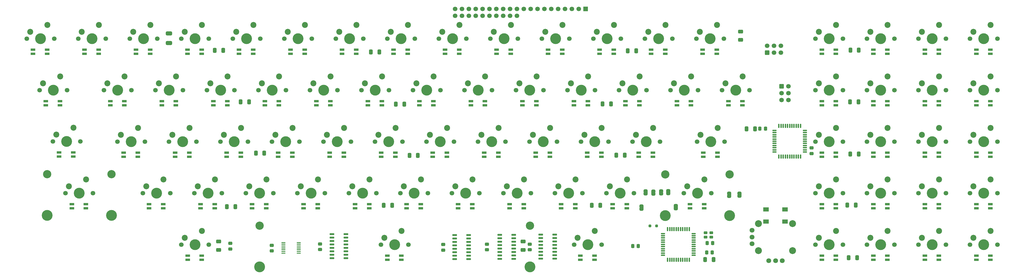
<source format=gbr>
%TF.GenerationSoftware,KiCad,Pcbnew,9.0.4*%
%TF.CreationDate,2025-10-14T21:42:09+02:00*%
%TF.ProjectId,petkn,7065746b-6e2e-46b6-9963-61645f706362,rev?*%
%TF.SameCoordinates,Original*%
%TF.FileFunction,Soldermask,Bot*%
%TF.FilePolarity,Negative*%
%FSLAX46Y46*%
G04 Gerber Fmt 4.6, Leading zero omitted, Abs format (unit mm)*
G04 Created by KiCad (PCBNEW 9.0.4) date 2025-10-14 21:42:09*
%MOMM*%
%LPD*%
G01*
G04 APERTURE LIST*
G04 Aperture macros list*
%AMRoundRect*
0 Rectangle with rounded corners*
0 $1 Rounding radius*
0 $2 $3 $4 $5 $6 $7 $8 $9 X,Y pos of 4 corners*
0 Add a 4 corners polygon primitive as box body*
4,1,4,$2,$3,$4,$5,$6,$7,$8,$9,$2,$3,0*
0 Add four circle primitives for the rounded corners*
1,1,$1+$1,$2,$3*
1,1,$1+$1,$4,$5*
1,1,$1+$1,$6,$7*
1,1,$1+$1,$8,$9*
0 Add four rect primitives between the rounded corners*
20,1,$1+$1,$2,$3,$4,$5,0*
20,1,$1+$1,$4,$5,$6,$7,0*
20,1,$1+$1,$6,$7,$8,$9,0*
20,1,$1+$1,$8,$9,$2,$3,0*%
%AMFreePoly0*
4,1,23,0.500000,-0.750000,0.000000,-0.750000,0.000000,-0.745722,-0.065263,-0.745722,-0.191342,-0.711940,-0.304381,-0.646677,-0.396677,-0.554381,-0.461940,-0.441342,-0.495722,-0.315263,-0.495722,-0.250000,-0.500000,-0.250000,-0.500000,0.250000,-0.495722,0.250000,-0.495722,0.315263,-0.461940,0.441342,-0.396677,0.554381,-0.304381,0.646677,-0.191342,0.711940,-0.065263,0.745722,0.000000,0.745722,
0.000000,0.750000,0.500000,0.750000,0.500000,-0.750000,0.500000,-0.750000,$1*%
%AMFreePoly1*
4,1,23,0.000000,0.745722,0.065263,0.745722,0.191342,0.711940,0.304381,0.646677,0.396677,0.554381,0.461940,0.441342,0.495722,0.315263,0.495722,0.250000,0.500000,0.250000,0.500000,-0.250000,0.495722,-0.250000,0.495722,-0.315263,0.461940,-0.441342,0.396677,-0.554381,0.304381,-0.646677,0.191342,-0.711940,0.065263,-0.745722,0.000000,-0.745722,0.000000,-0.750000,-0.500000,-0.750000,
-0.500000,0.750000,0.000000,0.750000,0.000000,0.745722,0.000000,0.745722,$1*%
G04 Aperture macros list end*
%ADD10C,1.700000*%
%ADD11C,4.000000*%
%ADD12C,2.200000*%
%ADD13R,1.800000X0.900000*%
%ADD14C,3.050000*%
%ADD15C,2.540000*%
%ADD16R,2.000000X1.500000*%
%ADD17C,1.800000*%
%ADD18RoundRect,0.250000X-0.600000X-0.600000X0.600000X-0.600000X0.600000X0.600000X-0.600000X0.600000X0*%
%ADD19RoundRect,0.250000X0.600000X-0.600000X0.600000X0.600000X-0.600000X0.600000X-0.600000X-0.600000X0*%
%ADD20R,1.700000X1.700000*%
%ADD21RoundRect,0.250000X-0.475000X0.337500X-0.475000X-0.337500X0.475000X-0.337500X0.475000X0.337500X0*%
%ADD22RoundRect,0.250000X0.412500X0.650000X-0.412500X0.650000X-0.412500X-0.650000X0.412500X-0.650000X0*%
%ADD23RoundRect,0.250000X-0.337500X-0.475000X0.337500X-0.475000X0.337500X0.475000X-0.337500X0.475000X0*%
%ADD24RoundRect,0.250000X0.250000X0.250000X-0.250000X0.250000X-0.250000X-0.250000X0.250000X-0.250000X0*%
%ADD25RoundRect,0.250000X0.475000X-0.337500X0.475000X0.337500X-0.475000X0.337500X-0.475000X-0.337500X0*%
%ADD26FreePoly0,90.000000*%
%ADD27FreePoly1,90.000000*%
%ADD28RoundRect,0.100000X-0.637500X-0.100000X0.637500X-0.100000X0.637500X0.100000X-0.637500X0.100000X0*%
%ADD29RoundRect,0.150000X-0.725000X-0.150000X0.725000X-0.150000X0.725000X0.150000X-0.725000X0.150000X0*%
%ADD30RoundRect,0.250000X0.400000X0.300000X-0.400000X0.300000X-0.400000X-0.300000X0.400000X-0.300000X0*%
%ADD31RoundRect,0.250000X0.337500X0.475000X-0.337500X0.475000X-0.337500X-0.475000X0.337500X-0.475000X0*%
%ADD32RoundRect,0.250000X0.650000X-0.412500X0.650000X0.412500X-0.650000X0.412500X-0.650000X-0.412500X0*%
%ADD33FreePoly0,0.000000*%
%ADD34FreePoly1,0.000000*%
%ADD35RoundRect,0.250000X-0.650000X0.412500X-0.650000X-0.412500X0.650000X-0.412500X0.650000X0.412500X0*%
%ADD36RoundRect,0.250000X-0.412500X-0.650000X0.412500X-0.650000X0.412500X0.650000X-0.412500X0.650000X0*%
%ADD37RoundRect,0.137500X-0.137500X0.600000X-0.137500X-0.600000X0.137500X-0.600000X0.137500X0.600000X0*%
%ADD38RoundRect,0.137500X-0.600000X0.137500X-0.600000X-0.137500X0.600000X-0.137500X0.600000X0.137500X0*%
G04 APERTURE END LIST*
%TO.C,JC7*%
G36*
X288009604Y-117507912D02*
G01*
X286509604Y-117507912D01*
X286509604Y-117207912D01*
X288009604Y-117207912D01*
X288009604Y-117507912D01*
G37*
%TO.C,JC4*%
G36*
X265461587Y-116551239D02*
G01*
X263961587Y-116551239D01*
X263961587Y-116251239D01*
X265461587Y-116251239D01*
X265461587Y-116551239D01*
G37*
%TO.C,JP1*%
G36*
X79888307Y-61960188D02*
G01*
X80188307Y-61960188D01*
X80188307Y-60460188D01*
X79888307Y-60460188D01*
X79888307Y-61960188D01*
G37*
%TO.C,JC6*%
G36*
X268242218Y-122083390D02*
G01*
X266742218Y-122083390D01*
X266742218Y-121783390D01*
X268242218Y-121783390D01*
X268242218Y-122083390D01*
G37*
%TO.C,JC2*%
G36*
X259920322Y-116733231D02*
G01*
X258420322Y-116733231D01*
X258420322Y-116433231D01*
X259920322Y-116433231D01*
X259920322Y-116733231D01*
G37*
%TO.C,JC1*%
G36*
X257113924Y-116644129D02*
G01*
X255613924Y-116644129D01*
X255613924Y-116344129D01*
X257113924Y-116344129D01*
X257113924Y-116644129D01*
G37*
%TO.C,JC5*%
G36*
X255583686Y-122259784D02*
G01*
X254083686Y-122259784D01*
X254083686Y-121959784D01*
X255583686Y-121959784D01*
X255583686Y-122259784D01*
G37*
%TO.C,JC3*%
G36*
X262790451Y-116622365D02*
G01*
X261290451Y-116622365D01*
X261290451Y-116322365D01*
X262790451Y-116322365D01*
X262790451Y-116622365D01*
G37*
%TO.C,JP2*%
G36*
X79888307Y-58410188D02*
G01*
X80188307Y-58410188D01*
X80188307Y-56910188D01*
X79888307Y-56910188D01*
X79888307Y-58410188D01*
G37*
%TO.C,JC8*%
G36*
X291819611Y-117499882D02*
G01*
X290319611Y-117499882D01*
X290319611Y-117199882D01*
X291819611Y-117199882D01*
X291819611Y-117499882D01*
G37*
%TD*%
D10*
%TO.C,SW5*%
X265557000Y-78676500D03*
D11*
X270637000Y-78676500D03*
D10*
X275717000Y-78676500D03*
D12*
X273177000Y-73596500D03*
X266827000Y-76136500D03*
D13*
X273093800Y-84240500D03*
X273093800Y-82740500D03*
X267893800Y-84240500D03*
X267893800Y-82740500D03*
%TD*%
D14*
%TO.C,SW11*%
X263601000Y-109791500D03*
D11*
X263601000Y-125031500D03*
D10*
X270421000Y-116791500D03*
D11*
X275501000Y-116791500D03*
D10*
X280581000Y-116791500D03*
D14*
X287401000Y-109791500D03*
D11*
X287401000Y-125031500D03*
D12*
X278041000Y-111711500D03*
X271691000Y-114251500D03*
D13*
X277957800Y-122355500D03*
X277957800Y-120855500D03*
X272757800Y-122355500D03*
X272757800Y-120855500D03*
%TD*%
D10*
%TO.C,SW12*%
X284607000Y-78676500D03*
D11*
X289687000Y-78676500D03*
D10*
X294767000Y-78676500D03*
D12*
X292227000Y-73596500D03*
X285877000Y-76136500D03*
D13*
X292143800Y-84240500D03*
X292143800Y-82740500D03*
X286943800Y-84240500D03*
X286943800Y-82740500D03*
%TD*%
D10*
%TO.C,SW14*%
X275082000Y-59626500D03*
D11*
X280162000Y-59626500D03*
D10*
X285242000Y-59626500D03*
D12*
X282702000Y-54546500D03*
X276352000Y-57086500D03*
D13*
X282618800Y-65190500D03*
X282618800Y-63690500D03*
X277418800Y-65190500D03*
X277418800Y-63690500D03*
%TD*%
D10*
%TO.C,SW15*%
X27432000Y-59626500D03*
D11*
X32512000Y-59626500D03*
D10*
X37592000Y-59626500D03*
D12*
X35052000Y-54546500D03*
X28702000Y-57086500D03*
D13*
X34968800Y-65190500D03*
X34968800Y-63690500D03*
X29768800Y-65190500D03*
X29768800Y-63690500D03*
%TD*%
D10*
%TO.C,SW20*%
X241808000Y-116776500D03*
D11*
X246888000Y-116776500D03*
D10*
X251968000Y-116776500D03*
D12*
X249428000Y-111696500D03*
X243078000Y-114236500D03*
D13*
X249344800Y-122340500D03*
X249344800Y-120840500D03*
X244144800Y-122340500D03*
X244144800Y-120840500D03*
%TD*%
D10*
%TO.C,SW21*%
X203708000Y-116776500D03*
D11*
X208788000Y-116776500D03*
D10*
X213868000Y-116776500D03*
D12*
X211328000Y-111696500D03*
X204978000Y-114236500D03*
D13*
X211244800Y-122340500D03*
X211244800Y-120840500D03*
X206044800Y-122340500D03*
X206044800Y-120840500D03*
%TD*%
D10*
%TO.C,SW22*%
X165608000Y-116776500D03*
D11*
X170688000Y-116776500D03*
D10*
X175768000Y-116776500D03*
D12*
X173228000Y-111696500D03*
X166878000Y-114236500D03*
D13*
X173144800Y-122340500D03*
X173144800Y-120840500D03*
X167944800Y-122340500D03*
X167944800Y-120840500D03*
%TD*%
D10*
%TO.C,SW23*%
X127508000Y-116776500D03*
D11*
X132588000Y-116776500D03*
D10*
X137668000Y-116776500D03*
D12*
X135128000Y-111696500D03*
X128778000Y-114236500D03*
D13*
X135044800Y-122340500D03*
X135044800Y-120840500D03*
X129844800Y-122340500D03*
X129844800Y-120840500D03*
%TD*%
D10*
%TO.C,SW24*%
X89408000Y-116776500D03*
D11*
X94488000Y-116776500D03*
D10*
X99568000Y-116776500D03*
D12*
X97028000Y-111696500D03*
X90678000Y-114236500D03*
D13*
X96944800Y-122340500D03*
X96944800Y-120840500D03*
X91744800Y-122340500D03*
X91744800Y-120840500D03*
%TD*%
D10*
%TO.C,SW27*%
X275336000Y-97726500D03*
D11*
X280416000Y-97726500D03*
D10*
X285496000Y-97726500D03*
D12*
X282956000Y-92646500D03*
X276606000Y-95186500D03*
D13*
X282872800Y-103290500D03*
X282872800Y-101790500D03*
X277672800Y-103290500D03*
X277672800Y-101790500D03*
%TD*%
D10*
%TO.C,SW28*%
X222758000Y-116776500D03*
D11*
X227838000Y-116776500D03*
D10*
X232918000Y-116776500D03*
D12*
X230378000Y-111696500D03*
X224028000Y-114236500D03*
D13*
X230294800Y-122340500D03*
X230294800Y-120840500D03*
X225094800Y-122340500D03*
X225094800Y-120840500D03*
%TD*%
D10*
%TO.C,SW29*%
X184658000Y-116776500D03*
D11*
X189738000Y-116776500D03*
D10*
X194818000Y-116776500D03*
D12*
X192278000Y-111696500D03*
X185928000Y-114236500D03*
D13*
X192194800Y-122340500D03*
X192194800Y-120840500D03*
X186994800Y-122340500D03*
X186994800Y-120840500D03*
%TD*%
D10*
%TO.C,SW30*%
X146558000Y-116776500D03*
D11*
X151638000Y-116776500D03*
D10*
X156718000Y-116776500D03*
D12*
X154178000Y-111696500D03*
X147828000Y-114236500D03*
D13*
X154094800Y-122340500D03*
X154094800Y-120840500D03*
X148894800Y-122340500D03*
X148894800Y-120840500D03*
%TD*%
D10*
%TO.C,SW32*%
X70358000Y-116776500D03*
D11*
X75438000Y-116776500D03*
D10*
X80518000Y-116776500D03*
D12*
X77978000Y-111696500D03*
X71628000Y-114236500D03*
D13*
X77894800Y-122340500D03*
X77894800Y-120840500D03*
X72694800Y-122340500D03*
X72694800Y-120840500D03*
%TD*%
D10*
%TO.C,SW36*%
X232410000Y-97726500D03*
D11*
X237490000Y-97726500D03*
D10*
X242570000Y-97726500D03*
D12*
X240030000Y-92646500D03*
X233680000Y-95186500D03*
D13*
X239946800Y-103290500D03*
X239946800Y-101790500D03*
X234746800Y-103290500D03*
X234746800Y-101790500D03*
%TD*%
D10*
%TO.C,SW40*%
X80010000Y-97726500D03*
D11*
X85090000Y-97726500D03*
D10*
X90170000Y-97726500D03*
D12*
X87630000Y-92646500D03*
X81280000Y-95186500D03*
D13*
X87546800Y-103290500D03*
X87546800Y-101790500D03*
X82346800Y-103290500D03*
X82346800Y-101790500D03*
%TD*%
D10*
%TO.C,SW44*%
X213360000Y-97726500D03*
D11*
X218440000Y-97726500D03*
D10*
X223520000Y-97726500D03*
D12*
X220980000Y-92646500D03*
X214630000Y-95186500D03*
D13*
X220896800Y-103290500D03*
X220896800Y-101790500D03*
X215696800Y-103290500D03*
X215696800Y-101790500D03*
%TD*%
D10*
%TO.C,SW47*%
X99060000Y-97726500D03*
D11*
X104140000Y-97726500D03*
D10*
X109220000Y-97726500D03*
D12*
X106680000Y-92646500D03*
X100330000Y-95186500D03*
D13*
X106596800Y-103290500D03*
X106596800Y-101790500D03*
X101396800Y-103290500D03*
X101396800Y-101790500D03*
%TD*%
D10*
%TO.C,SW52*%
X227457000Y-78676500D03*
D11*
X232537000Y-78676500D03*
D10*
X237617000Y-78676500D03*
D12*
X235077000Y-73596500D03*
X228727000Y-76136500D03*
D13*
X234993800Y-84240500D03*
X234993800Y-82740500D03*
X229793800Y-84240500D03*
X229793800Y-82740500D03*
%TD*%
D10*
%TO.C,SW53*%
X189357000Y-78676500D03*
D11*
X194437000Y-78676500D03*
D10*
X199517000Y-78676500D03*
D12*
X196977000Y-73596500D03*
X190627000Y-76136500D03*
D13*
X196893800Y-84240500D03*
X196893800Y-82740500D03*
X191693800Y-84240500D03*
X191693800Y-82740500D03*
%TD*%
D10*
%TO.C,SW55*%
X113157000Y-78676500D03*
D11*
X118237000Y-78676500D03*
D10*
X123317000Y-78676500D03*
D12*
X120777000Y-73596500D03*
X114427000Y-76136500D03*
D13*
X120693800Y-84240500D03*
X120693800Y-82740500D03*
X115493800Y-84240500D03*
X115493800Y-82740500D03*
%TD*%
D10*
%TO.C,SW56*%
X75057000Y-78676500D03*
D11*
X80137000Y-78676500D03*
D10*
X85217000Y-78676500D03*
D12*
X82677000Y-73596500D03*
X76327000Y-76136500D03*
D13*
X82593800Y-84240500D03*
X82593800Y-82740500D03*
X77393800Y-84240500D03*
X77393800Y-82740500D03*
%TD*%
D10*
%TO.C,SW59*%
X246507000Y-78676500D03*
D11*
X251587000Y-78676500D03*
D10*
X256667000Y-78676500D03*
D12*
X254127000Y-73596500D03*
X247777000Y-76136500D03*
D13*
X254043800Y-84240500D03*
X254043800Y-82740500D03*
X248843800Y-84240500D03*
X248843800Y-82740500D03*
%TD*%
D10*
%TO.C,SW60*%
X208407000Y-78676500D03*
D11*
X213487000Y-78676500D03*
D10*
X218567000Y-78676500D03*
D12*
X216027000Y-73596500D03*
X209677000Y-76136500D03*
D13*
X215943800Y-84240500D03*
X215943800Y-82740500D03*
X210743800Y-84240500D03*
X210743800Y-82740500D03*
%TD*%
D10*
%TO.C,SW61*%
X170307000Y-78676500D03*
D11*
X175387000Y-78676500D03*
D10*
X180467000Y-78676500D03*
D12*
X177927000Y-73596500D03*
X171577000Y-76136500D03*
D13*
X177843800Y-84240500D03*
X177843800Y-82740500D03*
X172643800Y-84240500D03*
X172643800Y-82740500D03*
%TD*%
D10*
%TO.C,SW62*%
X132207000Y-78676500D03*
D11*
X137287000Y-78676500D03*
D10*
X142367000Y-78676500D03*
D12*
X139827000Y-73596500D03*
X133477000Y-76136500D03*
D13*
X139743800Y-84240500D03*
X139743800Y-82740500D03*
X134543800Y-84240500D03*
X134543800Y-82740500D03*
%TD*%
D10*
%TO.C,SW63*%
X94107000Y-78676500D03*
D11*
X99187000Y-78676500D03*
D10*
X104267000Y-78676500D03*
D12*
X101727000Y-73596500D03*
X95377000Y-76136500D03*
D13*
X101643800Y-84240500D03*
X101643800Y-82740500D03*
X96443800Y-84240500D03*
X96443800Y-82740500D03*
%TD*%
D10*
%TO.C,SW70*%
X141732000Y-59626500D03*
D11*
X146812000Y-59626500D03*
D10*
X151892000Y-59626500D03*
D12*
X149352000Y-54546500D03*
X143002000Y-57086500D03*
D13*
X149268800Y-65190500D03*
X149268800Y-63690500D03*
X144068800Y-65190500D03*
X144068800Y-63690500D03*
%TD*%
D10*
%TO.C,SW75*%
X236982000Y-59626500D03*
D11*
X242062000Y-59626500D03*
D10*
X247142000Y-59626500D03*
D12*
X244602000Y-54546500D03*
X238252000Y-57086500D03*
D13*
X244518800Y-65190500D03*
X244518800Y-63690500D03*
X239318800Y-65190500D03*
X239318800Y-63690500D03*
%TD*%
D10*
%TO.C,SW77*%
X160782000Y-59626500D03*
D11*
X165862000Y-59626500D03*
D10*
X170942000Y-59626500D03*
D12*
X168402000Y-54546500D03*
X162052000Y-57086500D03*
D13*
X168318800Y-65190500D03*
X168318800Y-63690500D03*
X163118800Y-65190500D03*
X163118800Y-63690500D03*
%TD*%
D10*
%TO.C,SW78*%
X122682000Y-59626500D03*
D11*
X127762000Y-59626500D03*
D10*
X132842000Y-59626500D03*
D12*
X130302000Y-54546500D03*
X123952000Y-57086500D03*
D13*
X130218800Y-65190500D03*
X130218800Y-63690500D03*
X125018800Y-65190500D03*
X125018800Y-63690500D03*
%TD*%
D10*
%TO.C,SW64*%
X56007000Y-78676500D03*
D11*
X61087000Y-78676500D03*
D10*
X66167000Y-78676500D03*
D12*
X63627000Y-73596500D03*
X57277000Y-76136500D03*
D13*
X63543800Y-84240500D03*
X63543800Y-82740500D03*
X58343800Y-84240500D03*
X58343800Y-82740500D03*
%TD*%
D14*
%TO.C,SW16*%
X34963000Y-109776500D03*
D11*
X34963000Y-125016500D03*
D10*
X41783000Y-116776500D03*
D11*
X46863000Y-116776500D03*
D10*
X51943000Y-116776500D03*
D14*
X58763000Y-109776500D03*
D11*
X58763000Y-125016500D03*
D12*
X49403000Y-111696500D03*
X43053000Y-114236500D03*
D13*
X49319800Y-122340500D03*
X49319800Y-120840500D03*
X44119800Y-122340500D03*
X44119800Y-120840500D03*
%TD*%
D10*
%TO.C,SW68*%
X217932000Y-59626500D03*
D11*
X223012000Y-59626500D03*
D10*
X228092000Y-59626500D03*
D12*
X225552000Y-54546500D03*
X219202000Y-57086500D03*
D13*
X225468800Y-65190500D03*
X225468800Y-63690500D03*
X220268800Y-65190500D03*
X220268800Y-63690500D03*
%TD*%
D10*
%TO.C,SW4*%
X251460000Y-97726500D03*
D11*
X256540000Y-97726500D03*
D10*
X261620000Y-97726500D03*
D12*
X259080000Y-92646500D03*
X252730000Y-95186500D03*
D13*
X258996800Y-103290500D03*
X258996800Y-101790500D03*
X253796800Y-103290500D03*
X253796800Y-101790500D03*
%TD*%
D10*
%TO.C,SW79*%
X84582000Y-59626500D03*
D11*
X89662000Y-59626500D03*
D10*
X94742000Y-59626500D03*
D12*
X92202000Y-54546500D03*
X85852000Y-57086500D03*
D13*
X92118800Y-65190500D03*
X92118800Y-63690500D03*
X86918800Y-65190500D03*
X86918800Y-63690500D03*
%TD*%
D10*
%TO.C,SW71*%
X103632000Y-59626500D03*
D11*
X108712000Y-59626500D03*
D10*
X113792000Y-59626500D03*
D12*
X111252000Y-54546500D03*
X104902000Y-57086500D03*
D13*
X111168800Y-65190500D03*
X111168800Y-63690500D03*
X105968800Y-65190500D03*
X105968800Y-63690500D03*
%TD*%
D10*
%TO.C,SW72*%
X65532000Y-59626500D03*
D11*
X70612000Y-59626500D03*
D10*
X75692000Y-59626500D03*
D12*
X73152000Y-54546500D03*
X66802000Y-57086500D03*
D13*
X73068800Y-65190500D03*
X73068800Y-63690500D03*
X67868800Y-65190500D03*
X67868800Y-63690500D03*
%TD*%
D10*
%TO.C,SW80*%
X46482000Y-59626500D03*
D11*
X51562000Y-59626500D03*
D10*
X56642000Y-59626500D03*
D12*
X54102000Y-54546500D03*
X47752000Y-57086500D03*
D13*
X54018800Y-65190500D03*
X54018800Y-63690500D03*
X48818800Y-65190500D03*
X48818800Y-63690500D03*
%TD*%
D10*
%TO.C,SW8*%
X32194500Y-78676500D03*
D11*
X37274500Y-78676500D03*
D10*
X42354500Y-78676500D03*
D12*
X39814500Y-73596500D03*
X33464500Y-76136500D03*
D13*
X39731300Y-84240500D03*
X39731300Y-82740500D03*
X34531300Y-84240500D03*
X34531300Y-82740500D03*
%TD*%
D10*
%TO.C,SW7*%
X256032000Y-59626500D03*
D11*
X261112000Y-59626500D03*
D10*
X266192000Y-59626500D03*
D12*
X263652000Y-54546500D03*
X257302000Y-57086500D03*
D13*
X263568800Y-65190500D03*
X263568800Y-63690500D03*
X258368800Y-65190500D03*
X258368800Y-63690500D03*
%TD*%
D10*
%TO.C,SW39*%
X118110000Y-97726500D03*
D11*
X123190000Y-97726500D03*
D10*
X128270000Y-97726500D03*
D12*
X125730000Y-92646500D03*
X119380000Y-95186500D03*
D13*
X125646800Y-103290500D03*
X125646800Y-101790500D03*
X120446800Y-103290500D03*
X120446800Y-101790500D03*
%TD*%
D10*
%TO.C,SW37*%
X194310000Y-97726500D03*
D11*
X199390000Y-97726500D03*
D10*
X204470000Y-97726500D03*
D12*
X201930000Y-92646500D03*
X195580000Y-95186500D03*
D13*
X201846800Y-103290500D03*
X201846800Y-101790500D03*
X196646800Y-103290500D03*
X196646800Y-101790500D03*
%TD*%
D10*
%TO.C,SW38*%
X156210000Y-97726500D03*
D11*
X161290000Y-97726500D03*
D10*
X166370000Y-97726500D03*
D12*
X163830000Y-92646500D03*
X157480000Y-95186500D03*
D13*
X163746800Y-103290500D03*
X163746800Y-101790500D03*
X158546800Y-103290500D03*
X158546800Y-101790500D03*
%TD*%
D10*
%TO.C,SW46*%
X137160000Y-97726500D03*
D11*
X142240000Y-97726500D03*
D10*
X147320000Y-97726500D03*
D12*
X144780000Y-92646500D03*
X138430000Y-95186500D03*
D13*
X144696800Y-103290500D03*
X144696800Y-101790500D03*
X139496800Y-103290500D03*
X139496800Y-101790500D03*
%TD*%
D10*
%TO.C,SW45*%
X175260000Y-97726500D03*
D11*
X180340000Y-97726500D03*
D10*
X185420000Y-97726500D03*
D12*
X182880000Y-92646500D03*
X176530000Y-95186500D03*
D13*
X182796800Y-103290500D03*
X182796800Y-101790500D03*
X177596800Y-103290500D03*
X177596800Y-101790500D03*
%TD*%
D10*
%TO.C,SW31*%
X108458000Y-116776500D03*
D11*
X113538000Y-116776500D03*
D10*
X118618000Y-116776500D03*
D12*
X116078000Y-111696500D03*
X109728000Y-114236500D03*
D13*
X115994800Y-122340500D03*
X115994800Y-120840500D03*
X110794800Y-122340500D03*
X110794800Y-120840500D03*
%TD*%
D10*
%TO.C,SW67*%
X84645500Y-135826500D03*
D11*
X89725500Y-135826500D03*
D10*
X94805500Y-135826500D03*
D12*
X92265500Y-130746500D03*
X85915500Y-133286500D03*
D13*
X92182300Y-141390500D03*
X92182300Y-139890500D03*
X86982300Y-141390500D03*
X86982300Y-139890500D03*
%TD*%
D10*
%TO.C,SW48*%
X60960000Y-97726500D03*
D11*
X66040000Y-97726500D03*
D10*
X71120000Y-97726500D03*
D12*
X68580000Y-92646500D03*
X62230000Y-95186500D03*
D13*
X68496800Y-103290500D03*
X68496800Y-101790500D03*
X63296800Y-103290500D03*
X63296800Y-101790500D03*
%TD*%
D10*
%TO.C,SW54*%
X151257000Y-78676500D03*
D11*
X156337000Y-78676500D03*
D10*
X161417000Y-78676500D03*
D12*
X158877000Y-73596500D03*
X152527000Y-76136500D03*
D13*
X158793800Y-84240500D03*
X158793800Y-82740500D03*
X153593800Y-84240500D03*
X153593800Y-82740500D03*
%TD*%
D10*
%TO.C,SW320*%
X37084000Y-97663000D03*
D11*
X42164000Y-97663000D03*
D10*
X47244000Y-97663000D03*
D12*
X44704000Y-92583000D03*
X38354000Y-95123000D03*
D13*
X44620800Y-103227000D03*
X44620800Y-101727000D03*
X39420800Y-103227000D03*
X39420800Y-101727000D03*
%TD*%
D10*
%TO.C,SW76*%
X198882000Y-59626500D03*
D11*
X203962000Y-59626500D03*
D10*
X209042000Y-59626500D03*
D12*
X206502000Y-54546500D03*
X200152000Y-57086500D03*
D13*
X206418800Y-65190500D03*
X206418800Y-63690500D03*
X201218800Y-65190500D03*
X201218800Y-63690500D03*
%TD*%
D10*
%TO.C,SW69*%
X179832000Y-59626500D03*
D11*
X184912000Y-59626500D03*
D10*
X189992000Y-59626500D03*
D12*
X187452000Y-54546500D03*
X181102000Y-57086500D03*
D13*
X187368800Y-65190500D03*
X187368800Y-63690500D03*
X182168800Y-65190500D03*
X182168800Y-63690500D03*
%TD*%
D10*
%TO.C,SW3*%
X229870000Y-135826500D03*
D11*
X234950000Y-135826500D03*
D10*
X240030000Y-135826500D03*
D12*
X237490000Y-130746500D03*
X231140000Y-133286500D03*
D13*
X237406800Y-141390500D03*
X237406800Y-139890500D03*
X232206800Y-141390500D03*
X232206800Y-139890500D03*
%TD*%
D14*
%TO.C,SW6*%
X113538000Y-128826500D03*
D11*
X113538000Y-144066500D03*
D10*
X158458000Y-135826500D03*
D11*
X163538000Y-135826500D03*
D10*
X168618000Y-135826500D03*
D14*
X213538000Y-128826500D03*
D11*
X213538000Y-144066500D03*
D12*
X166078000Y-130746500D03*
X159728000Y-133286500D03*
D13*
X165994800Y-141390500D03*
X165994800Y-139890500D03*
X160794800Y-141390500D03*
X160794800Y-139890500D03*
%TD*%
D10*
%TO.C,SW66*%
X338201000Y-59639200D03*
D11*
X343281000Y-59639200D03*
D10*
X348361000Y-59639200D03*
D12*
X345821000Y-54559200D03*
X339471000Y-57099200D03*
D13*
X345737800Y-65203200D03*
X345737800Y-63703200D03*
X340537800Y-65203200D03*
X340537800Y-63703200D03*
%TD*%
D10*
%TO.C,SW74*%
X319151000Y-59639200D03*
D11*
X324231000Y-59639200D03*
D10*
X329311000Y-59639200D03*
D12*
X326771000Y-54559200D03*
X320421000Y-57099200D03*
D13*
X326687800Y-65203200D03*
X326687800Y-63703200D03*
X321487800Y-65203200D03*
X321487800Y-63703200D03*
%TD*%
D10*
%TO.C,SW58*%
X319151000Y-78689200D03*
D11*
X324231000Y-78689200D03*
D10*
X329311000Y-78689200D03*
D12*
X326771000Y-73609200D03*
X320421000Y-76149200D03*
D13*
X326687800Y-84253200D03*
X326687800Y-82753200D03*
X321487800Y-84253200D03*
X321487800Y-82753200D03*
%TD*%
D10*
%TO.C,SW65*%
X376301000Y-59639200D03*
D11*
X381381000Y-59639200D03*
D10*
X386461000Y-59639200D03*
D12*
X383921000Y-54559200D03*
X377571000Y-57099200D03*
D13*
X383837800Y-65203200D03*
X383837800Y-63703200D03*
X378637800Y-65203200D03*
X378637800Y-63703200D03*
%TD*%
D10*
%TO.C,SW73*%
X357251000Y-59639200D03*
D11*
X362331000Y-59639200D03*
D10*
X367411000Y-59639200D03*
D12*
X364871000Y-54559200D03*
X358521000Y-57099200D03*
D13*
X364787800Y-65203200D03*
X364787800Y-63703200D03*
X359587800Y-65203200D03*
X359587800Y-63703200D03*
%TD*%
D10*
%TO.C,SW50*%
X338201000Y-78689200D03*
D11*
X343281000Y-78689200D03*
D10*
X348361000Y-78689200D03*
D12*
X345821000Y-73609200D03*
X339471000Y-76149200D03*
D13*
X345737800Y-84253200D03*
X345737800Y-82753200D03*
X340537800Y-84253200D03*
X340537800Y-82753200D03*
%TD*%
D10*
%TO.C,SW10*%
X319151000Y-135839200D03*
D11*
X324231000Y-135839200D03*
D10*
X329311000Y-135839200D03*
D12*
X326771000Y-130759200D03*
X320421000Y-133299200D03*
D13*
X326687800Y-141403200D03*
X326687800Y-139903200D03*
X321487800Y-141403200D03*
X321487800Y-139903200D03*
%TD*%
D10*
%TO.C,SW41*%
X357251000Y-97739200D03*
D11*
X362331000Y-97739200D03*
D10*
X367411000Y-97739200D03*
D12*
X364871000Y-92659200D03*
X358521000Y-95199200D03*
D13*
X364787800Y-103303200D03*
X364787800Y-101803200D03*
X359587800Y-103303200D03*
X359587800Y-101803200D03*
%TD*%
D10*
%TO.C,SW33*%
X376301000Y-97739200D03*
D11*
X381381000Y-97739200D03*
D10*
X386461000Y-97739200D03*
D12*
X383921000Y-92659200D03*
X377571000Y-95199200D03*
D13*
X383837800Y-103303200D03*
X383837800Y-101803200D03*
X378637800Y-103303200D03*
X378637800Y-101803200D03*
%TD*%
D10*
%TO.C,SW25*%
X357251000Y-116789200D03*
D11*
X362331000Y-116789200D03*
D10*
X367411000Y-116789200D03*
D12*
X364871000Y-111709200D03*
X358521000Y-114249200D03*
D13*
X364787800Y-122353200D03*
X364787800Y-120853200D03*
X359587800Y-122353200D03*
X359587800Y-120853200D03*
%TD*%
D10*
%TO.C,SW17*%
X376301000Y-116789200D03*
D11*
X381381000Y-116789200D03*
D10*
X386461000Y-116789200D03*
D12*
X383921000Y-111709200D03*
X377571000Y-114249200D03*
D13*
X383837800Y-122353200D03*
X383837800Y-120853200D03*
X378637800Y-122353200D03*
X378637800Y-120853200D03*
%TD*%
D10*
%TO.C,SW26*%
X319151000Y-116789200D03*
D11*
X324231000Y-116789200D03*
D10*
X329311000Y-116789200D03*
D12*
X326771000Y-111709200D03*
X320421000Y-114249200D03*
D13*
X326687800Y-122353200D03*
X326687800Y-120853200D03*
X321487800Y-122353200D03*
X321487800Y-120853200D03*
%TD*%
D10*
%TO.C,SW57*%
X357251000Y-78689200D03*
D11*
X362331000Y-78689200D03*
D10*
X367411000Y-78689200D03*
D12*
X364871000Y-73609200D03*
X358521000Y-76149200D03*
D13*
X364787800Y-84253200D03*
X364787800Y-82753200D03*
X359587800Y-84253200D03*
X359587800Y-82753200D03*
%TD*%
D10*
%TO.C,SW42*%
X319151000Y-97739200D03*
D11*
X324231000Y-97739200D03*
D10*
X329311000Y-97739200D03*
D12*
X326771000Y-92659200D03*
X320421000Y-95199200D03*
D13*
X326687800Y-103303200D03*
X326687800Y-101803200D03*
X321487800Y-103303200D03*
X321487800Y-101803200D03*
%TD*%
D10*
%TO.C,SW34*%
X338201000Y-97739200D03*
D11*
X343281000Y-97739200D03*
D10*
X348361000Y-97739200D03*
D12*
X345821000Y-92659200D03*
X339471000Y-95199200D03*
D13*
X345737800Y-103303200D03*
X345737800Y-101803200D03*
X340537800Y-103303200D03*
X340537800Y-101803200D03*
%TD*%
D10*
%TO.C,SW9*%
X357251000Y-135839200D03*
D11*
X362331000Y-135839200D03*
D10*
X367411000Y-135839200D03*
D12*
X364871000Y-130759200D03*
X358521000Y-133299200D03*
D13*
X364787800Y-141403200D03*
X364787800Y-139903200D03*
X359587800Y-141403200D03*
X359587800Y-139903200D03*
%TD*%
D10*
%TO.C,SW18*%
X338201000Y-116789200D03*
D11*
X343281000Y-116789200D03*
D10*
X348361000Y-116789200D03*
D12*
X345821000Y-111709200D03*
X339471000Y-114249200D03*
D13*
X345737800Y-122353200D03*
X345737800Y-120853200D03*
X340537800Y-122353200D03*
X340537800Y-120853200D03*
%TD*%
D10*
%TO.C,SW49*%
X376301000Y-78689200D03*
D11*
X381381000Y-78689200D03*
D10*
X386461000Y-78689200D03*
D12*
X383921000Y-73609200D03*
X377571000Y-76149200D03*
D13*
X383837800Y-84253200D03*
X383837800Y-82753200D03*
X378637800Y-84253200D03*
X378637800Y-82753200D03*
%TD*%
D10*
%TO.C,SW1*%
X376301000Y-135839200D03*
D11*
X381381000Y-135839200D03*
D10*
X386461000Y-135839200D03*
D12*
X383921000Y-130759200D03*
X377571000Y-133299200D03*
D13*
X383837800Y-141403200D03*
X383837800Y-139903200D03*
X378637800Y-141403200D03*
X378637800Y-139903200D03*
%TD*%
D10*
%TO.C,SW2*%
X338201000Y-135839200D03*
D11*
X343281000Y-135839200D03*
D10*
X348361000Y-135839200D03*
D12*
X345821000Y-130759200D03*
X339471000Y-133299200D03*
D13*
X345737800Y-141403200D03*
X345737800Y-139903200D03*
X340537800Y-141403200D03*
X340537800Y-139903200D03*
%TD*%
D15*
%TO.C,U5*%
X310709000Y-128018000D03*
X310709000Y-138018000D03*
X298059000Y-138018000D03*
X298059000Y-128018000D03*
D16*
X300884000Y-127268000D03*
X307884000Y-127268000D03*
X307884000Y-122768000D03*
X300884000Y-122768000D03*
D17*
X306884000Y-141748000D03*
X304384000Y-141748000D03*
X301884000Y-141748000D03*
X295654000Y-135518000D03*
X295654000Y-133018000D03*
X295654000Y-130518000D03*
%TD*%
D18*
%TO.C,J7*%
X306587500Y-77211000D03*
D10*
X309127500Y-77211000D03*
X306587500Y-79751000D03*
X309127500Y-79751000D03*
X306587500Y-82291000D03*
X309127500Y-82291000D03*
%TD*%
D19*
%TO.C,J4*%
X301239000Y-64760500D03*
D10*
X301239000Y-62220500D03*
X303779000Y-64760500D03*
X303779000Y-62220500D03*
X306319000Y-64760500D03*
X306319000Y-62220500D03*
%TD*%
D20*
%TO.C,J1*%
X234099100Y-48615600D03*
D10*
X231559100Y-48615600D03*
X229019100Y-48615600D03*
X226479100Y-48615600D03*
X223939100Y-48615600D03*
X221399100Y-48615600D03*
X218859100Y-48615600D03*
X216319100Y-48615600D03*
X213779100Y-48615600D03*
X211239100Y-48615600D03*
X208699100Y-48615600D03*
X206159100Y-48615600D03*
X203619100Y-48615600D03*
X201079100Y-48615600D03*
X198539100Y-48615600D03*
X195999100Y-48615600D03*
X193459100Y-48615600D03*
X190919100Y-48615600D03*
X188379100Y-48615600D03*
X185839100Y-48615600D03*
X185839100Y-51155600D03*
X188379100Y-51155600D03*
X190919100Y-51155600D03*
X193459100Y-51155600D03*
X195999100Y-51155600D03*
X198539100Y-51155600D03*
X201079100Y-51155600D03*
X203619100Y-51155600D03*
X206159100Y-51155600D03*
X208699100Y-51155600D03*
%TD*%
D21*
%TO.C,C31*%
X317706172Y-100036668D03*
X317706172Y-102111668D03*
%TD*%
D22*
%TO.C,C22*%
X109677957Y-82974115D03*
X106552957Y-82974115D03*
%TD*%
D23*
%TO.C,C17*%
X278905714Y-138684000D03*
X280980714Y-138684000D03*
%TD*%
D22*
%TO.C,C23*%
X115305624Y-101990909D03*
X112180624Y-101990909D03*
%TD*%
%TO.C,C28*%
X334014916Y-121144482D03*
X330889916Y-121144482D03*
%TD*%
D24*
%TO.C,D1*%
X260429365Y-128893038D03*
X257929365Y-128893038D03*
%TD*%
D23*
%TO.C,C30*%
X251561560Y-136369929D03*
X253636560Y-136369929D03*
%TD*%
D25*
%TO.C,C14*%
X135955247Y-137636262D03*
X135955247Y-135561262D03*
%TD*%
D26*
%TO.C,JC7*%
X287259604Y-118007912D03*
D27*
X287259604Y-116707912D03*
%TD*%
D28*
%TO.C,U1*%
X122355825Y-138939526D03*
X122355825Y-138289526D03*
X122355825Y-137639526D03*
X122355825Y-136989526D03*
X122355825Y-136339526D03*
X122355825Y-135689526D03*
X122355825Y-135039526D03*
X128080825Y-135039526D03*
X128080825Y-135689526D03*
X128080825Y-136339526D03*
X128080825Y-136989526D03*
X128080825Y-137639526D03*
X128080825Y-138289526D03*
X128080825Y-138939526D03*
%TD*%
D25*
%TO.C,C10*%
X197678198Y-137706372D03*
X197678198Y-135631372D03*
%TD*%
D26*
%TO.C,JC4*%
X264711587Y-117051239D03*
D27*
X264711587Y-115751239D03*
%TD*%
D29*
%TO.C,U7*%
X217523129Y-140949477D03*
X217523129Y-139679477D03*
X217523129Y-138409477D03*
X217523129Y-137139477D03*
X217523129Y-135869477D03*
X217523129Y-134599477D03*
X217523129Y-133329477D03*
X217523129Y-132059477D03*
X222673129Y-132059477D03*
X222673129Y-133329477D03*
X222673129Y-134599477D03*
X222673129Y-135869477D03*
X222673129Y-137139477D03*
X222673129Y-138409477D03*
X222673129Y-139679477D03*
X222673129Y-140949477D03*
%TD*%
D22*
%TO.C,C24*%
X104582142Y-121761046D03*
X101457142Y-121761046D03*
%TD*%
%TO.C,C27*%
X335169092Y-102329506D03*
X332044092Y-102329506D03*
%TD*%
%TO.C,C20*%
X157885330Y-64574979D03*
X154760330Y-64574979D03*
%TD*%
%TO.C,C6*%
X248643259Y-102756777D03*
X245518259Y-102756777D03*
%TD*%
%TO.C,C4*%
X252838174Y-64131161D03*
X249713174Y-64131161D03*
%TD*%
D30*
%TO.C,Y1*%
X280630976Y-133048954D03*
X278530976Y-133048954D03*
X278530976Y-131398954D03*
X280630976Y-131398954D03*
%TD*%
D25*
%TO.C,C13*%
X118078225Y-138152308D03*
X118078225Y-136077308D03*
%TD*%
D31*
%TO.C,C7*%
X281134018Y-135260214D03*
X279059018Y-135260214D03*
%TD*%
D29*
%TO.C,U4*%
X140315729Y-140835708D03*
X140315729Y-139565708D03*
X140315729Y-138295708D03*
X140315729Y-137025708D03*
X140315729Y-135755708D03*
X140315729Y-134485708D03*
X140315729Y-133215708D03*
X140315729Y-131945708D03*
X145465729Y-131945708D03*
X145465729Y-133215708D03*
X145465729Y-134485708D03*
X145465729Y-135755708D03*
X145465729Y-137025708D03*
X145465729Y-138295708D03*
X145465729Y-139565708D03*
X145465729Y-140835708D03*
%TD*%
D32*
%TO.C,C18*%
X98417093Y-137759834D03*
X98417093Y-134634834D03*
%TD*%
D33*
%TO.C,JP1*%
X79388307Y-61210188D03*
D34*
X80688307Y-61210188D03*
%TD*%
D22*
%TO.C,C1*%
X167056299Y-83849627D03*
X163931299Y-83849627D03*
%TD*%
D26*
%TO.C,JC6*%
X267492218Y-122583390D03*
D27*
X267492218Y-121283390D03*
%TD*%
D22*
%TO.C,C2*%
X172117749Y-102766452D03*
X168992749Y-102766452D03*
%TD*%
%TO.C,C21*%
X100090789Y-63976720D03*
X96965789Y-63976720D03*
%TD*%
D35*
%TO.C,C16*%
X291436268Y-56962127D03*
X291436268Y-60087127D03*
%TD*%
D22*
%TO.C,C5*%
X243565887Y-83714527D03*
X240440887Y-83714527D03*
%TD*%
%TO.C,C3*%
X162556218Y-121277797D03*
X159431218Y-121277797D03*
%TD*%
D25*
%TO.C,C9*%
X213453699Y-137721553D03*
X213453699Y-135646553D03*
%TD*%
D26*
%TO.C,JC2*%
X259170322Y-117233231D03*
D27*
X259170322Y-115933231D03*
%TD*%
D23*
%TO.C,C12*%
X298594101Y-92896089D03*
X300669101Y-92896089D03*
%TD*%
D22*
%TO.C,C26*%
X335049012Y-83023698D03*
X331924012Y-83023698D03*
%TD*%
D36*
%TO.C,C15*%
X278336284Y-141348200D03*
X281461284Y-141348200D03*
%TD*%
D22*
%TO.C,C29*%
X334566961Y-140631915D03*
X331441961Y-140631915D03*
%TD*%
D26*
%TO.C,JC1*%
X256363924Y-117144129D03*
D27*
X256363924Y-115844129D03*
%TD*%
D22*
%TO.C,C25*%
X335186978Y-63821334D03*
X332061978Y-63821334D03*
%TD*%
D26*
%TO.C,JC5*%
X254833686Y-122759784D03*
D27*
X254833686Y-121459784D03*
%TD*%
D29*
%TO.C,U6*%
X185719127Y-141138029D03*
X185719127Y-139868029D03*
X185719127Y-138598029D03*
X185719127Y-137328029D03*
X185719127Y-136058029D03*
X185719127Y-134788029D03*
X185719127Y-133518029D03*
X185719127Y-132248029D03*
X190869127Y-132248029D03*
X190869127Y-133518029D03*
X190869127Y-134788029D03*
X190869127Y-136058029D03*
X190869127Y-137328029D03*
X190869127Y-138598029D03*
X190869127Y-139868029D03*
X190869127Y-141138029D03*
%TD*%
D37*
%TO.C,U2*%
X264460718Y-130064213D03*
X265260718Y-130064213D03*
X266060718Y-130064213D03*
X266860718Y-130064213D03*
X267660718Y-130064213D03*
X268460718Y-130064213D03*
X269260718Y-130064213D03*
X270060718Y-130064213D03*
X270860718Y-130064213D03*
X271660718Y-130064213D03*
X272460718Y-130064213D03*
D38*
X274123218Y-131726713D03*
X274123218Y-132526713D03*
X274123218Y-133326713D03*
X274123218Y-134126713D03*
X274123218Y-134926713D03*
X274123218Y-135726713D03*
X274123218Y-136526713D03*
X274123218Y-137326713D03*
X274123218Y-138126713D03*
X274123218Y-138926713D03*
X274123218Y-139726713D03*
D37*
X272460718Y-141389213D03*
X271660718Y-141389213D03*
X270860718Y-141389213D03*
X270060718Y-141389213D03*
X269260718Y-141389213D03*
X268460718Y-141389213D03*
X267660718Y-141389213D03*
X266860718Y-141389213D03*
X266060718Y-141389213D03*
X265260718Y-141389213D03*
X264460718Y-141389213D03*
D38*
X262798218Y-139726713D03*
X262798218Y-138926713D03*
X262798218Y-138126713D03*
X262798218Y-137326713D03*
X262798218Y-136526713D03*
X262798218Y-135726713D03*
X262798218Y-134926713D03*
X262798218Y-134126713D03*
X262798218Y-133326713D03*
X262798218Y-132526713D03*
X262798218Y-131726713D03*
%TD*%
D22*
%TO.C,C32*%
X296762197Y-92944369D03*
X293637197Y-92944369D03*
%TD*%
D37*
%TO.C,U8*%
X305621671Y-91891216D03*
X306421671Y-91891216D03*
X307221671Y-91891216D03*
X308021671Y-91891216D03*
X308821671Y-91891216D03*
X309621671Y-91891216D03*
X310421671Y-91891216D03*
X311221671Y-91891216D03*
X312021671Y-91891216D03*
X312821671Y-91891216D03*
X313621671Y-91891216D03*
D38*
X315284171Y-93553716D03*
X315284171Y-94353716D03*
X315284171Y-95153716D03*
X315284171Y-95953716D03*
X315284171Y-96753716D03*
X315284171Y-97553716D03*
X315284171Y-98353716D03*
X315284171Y-99153716D03*
X315284171Y-99953716D03*
X315284171Y-100753716D03*
X315284171Y-101553716D03*
D37*
X313621671Y-103216216D03*
X312821671Y-103216216D03*
X312021671Y-103216216D03*
X311221671Y-103216216D03*
X310421671Y-103216216D03*
X309621671Y-103216216D03*
X308821671Y-103216216D03*
X308021671Y-103216216D03*
X307221671Y-103216216D03*
X306421671Y-103216216D03*
X305621671Y-103216216D03*
D38*
X303959171Y-101553716D03*
X303959171Y-100753716D03*
X303959171Y-99953716D03*
X303959171Y-99153716D03*
X303959171Y-98353716D03*
X303959171Y-97553716D03*
X303959171Y-96753716D03*
X303959171Y-95953716D03*
X303959171Y-95153716D03*
X303959171Y-94353716D03*
X303959171Y-93553716D03*
%TD*%
D32*
%TO.C,C33*%
X211030112Y-137783424D03*
X211030112Y-134658424D03*
%TD*%
D26*
%TO.C,JC3*%
X262040451Y-117122365D03*
D27*
X262040451Y-115822365D03*
%TD*%
D33*
%TO.C,JP2*%
X79388307Y-57660188D03*
D34*
X80688307Y-57660188D03*
%TD*%
D22*
%TO.C,C19*%
X239529973Y-121299077D03*
X236404973Y-121299077D03*
%TD*%
D29*
%TO.C,U3*%
X202365509Y-141096060D03*
X202365509Y-139826060D03*
X202365509Y-138556060D03*
X202365509Y-137286060D03*
X202365509Y-136016060D03*
X202365509Y-134746060D03*
X202365509Y-133476060D03*
X202365509Y-132206060D03*
X207515509Y-132206060D03*
X207515509Y-133476060D03*
X207515509Y-134746060D03*
X207515509Y-136016060D03*
X207515509Y-137286060D03*
X207515509Y-138556060D03*
X207515509Y-139826060D03*
X207515509Y-141096060D03*
%TD*%
D25*
%TO.C,C8*%
X102775585Y-137392071D03*
X102775585Y-135317071D03*
%TD*%
%TO.C,C11*%
X181473041Y-137855522D03*
X181473041Y-135780522D03*
%TD*%
D26*
%TO.C,JC8*%
X291069611Y-117999882D03*
D27*
X291069611Y-116699882D03*
%TD*%
M02*

</source>
